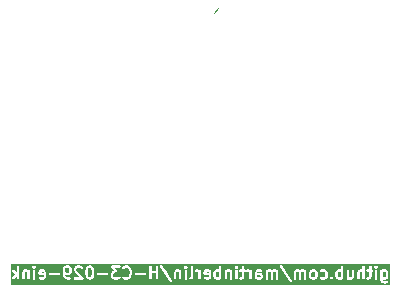
<source format=gbr>
%TF.GenerationSoftware,KiCad,Pcbnew,8.0.9-8.0.9-0~ubuntu22.04.1*%
%TF.CreationDate,2025-08-10T04:03:49+02:00*%
%TF.ProjectId,H-C3-ulp29,482d4333-2d75-46c7-9032-392e6b696361,rev?*%
%TF.SameCoordinates,Original*%
%TF.FileFunction,Legend,Bot*%
%TF.FilePolarity,Positive*%
%FSLAX46Y46*%
G04 Gerber Fmt 4.6, Leading zero omitted, Abs format (unit mm)*
G04 Created by KiCad (PCBNEW 8.0.9-8.0.9-0~ubuntu22.04.1) date 2025-08-10 04:03:49*
%MOMM*%
%LPD*%
G01*
G04 APERTURE LIST*
%ADD10C,0.100000*%
%ADD11C,0.200000*%
G04 APERTURE END LIST*
D10*
X147600000Y-54370000D02*
X147890000Y-53890000D01*
D11*
G36*
X162093471Y-76288357D02*
G01*
X162118140Y-76313025D01*
X162147945Y-76372635D01*
X162147945Y-76611135D01*
X162118140Y-76670743D01*
X162093471Y-76695413D01*
X162033862Y-76725219D01*
X161890600Y-76725219D01*
X161871755Y-76715796D01*
X161871755Y-76267974D01*
X161890600Y-76258552D01*
X162033862Y-76258552D01*
X162093471Y-76288357D01*
G37*
G36*
X133125790Y-76280707D02*
G01*
X133147945Y-76325016D01*
X133147945Y-76369904D01*
X132876459Y-76315607D01*
X132893910Y-76280706D01*
X132938219Y-76258552D01*
X133081481Y-76258552D01*
X133125790Y-76280707D01*
G37*
G36*
X135283947Y-75955024D02*
G01*
X135308616Y-75979692D01*
X135338421Y-76039302D01*
X135338421Y-76230183D01*
X135308616Y-76289792D01*
X135283947Y-76314460D01*
X135224338Y-76344266D01*
X135081076Y-76344266D01*
X135021466Y-76314461D01*
X134996798Y-76289792D01*
X134966993Y-76230182D01*
X134966993Y-76039302D01*
X134996798Y-75979692D01*
X135021466Y-75955023D01*
X135081076Y-75925219D01*
X135224338Y-75925219D01*
X135283947Y-75955024D01*
G37*
G36*
X137141090Y-75955024D02*
G01*
X137165759Y-75979692D01*
X137201212Y-76050599D01*
X137243183Y-76218480D01*
X137243183Y-76431956D01*
X137201212Y-76599837D01*
X137165759Y-76670743D01*
X137141090Y-76695413D01*
X137081481Y-76725219D01*
X137033457Y-76725219D01*
X136973847Y-76695414D01*
X136949180Y-76670746D01*
X136913725Y-76599837D01*
X136871755Y-76431956D01*
X136871755Y-76218481D01*
X136913725Y-76050599D01*
X136949179Y-75979692D01*
X136973847Y-75955023D01*
X137033457Y-75925219D01*
X137081481Y-75925219D01*
X137141090Y-75955024D01*
G37*
G36*
X147125790Y-76280707D02*
G01*
X147147945Y-76325016D01*
X147147945Y-76369904D01*
X146876459Y-76315607D01*
X146893910Y-76280706D01*
X146938219Y-76258552D01*
X147081481Y-76258552D01*
X147125790Y-76280707D01*
G37*
G36*
X148005088Y-76267974D02*
G01*
X148005088Y-76715796D01*
X147986243Y-76725219D01*
X147842981Y-76725219D01*
X147783371Y-76695414D01*
X147758704Y-76670746D01*
X147728898Y-76611134D01*
X147728898Y-76372635D01*
X147758703Y-76313025D01*
X147783371Y-76288356D01*
X147842981Y-76258552D01*
X147986243Y-76258552D01*
X148005088Y-76267974D01*
G37*
G36*
X151506743Y-76566421D02*
G01*
X151528898Y-76610730D01*
X151528898Y-76658754D01*
X151506743Y-76703063D01*
X151462434Y-76725219D01*
X151271553Y-76725219D01*
X151252708Y-76715796D01*
X151252708Y-76544266D01*
X151462434Y-76544266D01*
X151506743Y-76566421D01*
G37*
G36*
X156093471Y-76288357D02*
G01*
X156118140Y-76313025D01*
X156147945Y-76372635D01*
X156147945Y-76611135D01*
X156118140Y-76670743D01*
X156093471Y-76695413D01*
X156033862Y-76725219D01*
X155938219Y-76725219D01*
X155878609Y-76695414D01*
X155853942Y-76670746D01*
X155824136Y-76611134D01*
X155824136Y-76372635D01*
X155853941Y-76313025D01*
X155878609Y-76288356D01*
X155938219Y-76258552D01*
X156033862Y-76258552D01*
X156093471Y-76288357D01*
G37*
G36*
X158338421Y-76267974D02*
G01*
X158338421Y-76715796D01*
X158319576Y-76725219D01*
X158176314Y-76725219D01*
X158116704Y-76695414D01*
X158092037Y-76670746D01*
X158062231Y-76611134D01*
X158062231Y-76372635D01*
X158092036Y-76313025D01*
X158116704Y-76288356D01*
X158176314Y-76258552D01*
X158319576Y-76258552D01*
X158338421Y-76267974D01*
G37*
G36*
X162459056Y-77369663D02*
G01*
X130370316Y-77369663D01*
X130370316Y-76819777D01*
X130481427Y-76819777D01*
X130486945Y-76858403D01*
X130506824Y-76891977D01*
X130538039Y-76915388D01*
X130575837Y-76925071D01*
X130614463Y-76919553D01*
X130648037Y-76899674D01*
X130661279Y-76885219D01*
X130862231Y-76617282D01*
X130862231Y-76825219D01*
X130864152Y-76844728D01*
X130879084Y-76880776D01*
X130906674Y-76908366D01*
X130942722Y-76923298D01*
X130981740Y-76923298D01*
X131017788Y-76908366D01*
X131045378Y-76880776D01*
X131060310Y-76844728D01*
X131062231Y-76825219D01*
X131062231Y-76301409D01*
X131338422Y-76301409D01*
X131338422Y-76825219D01*
X131340343Y-76844728D01*
X131355275Y-76880776D01*
X131382865Y-76908366D01*
X131418913Y-76923298D01*
X131457931Y-76923298D01*
X131493979Y-76908366D01*
X131521569Y-76880776D01*
X131536501Y-76844728D01*
X131538422Y-76825219D01*
X131538422Y-76325016D01*
X131560577Y-76280706D01*
X131604886Y-76258552D01*
X131700529Y-76258552D01*
X131760138Y-76288357D01*
X131766993Y-76295211D01*
X131766993Y-76825219D01*
X131768914Y-76844728D01*
X131783846Y-76880776D01*
X131811436Y-76908366D01*
X131847484Y-76923298D01*
X131886502Y-76923298D01*
X131922550Y-76908366D01*
X131950140Y-76880776D01*
X131965072Y-76844728D01*
X131966993Y-76825219D01*
X131966993Y-76158552D01*
X132243183Y-76158552D01*
X132243183Y-76825219D01*
X132245104Y-76844728D01*
X132260036Y-76880776D01*
X132287626Y-76908366D01*
X132323674Y-76923298D01*
X132362692Y-76923298D01*
X132398740Y-76908366D01*
X132426330Y-76880776D01*
X132441262Y-76844728D01*
X132443183Y-76825219D01*
X132443183Y-76301409D01*
X132671755Y-76301409D01*
X132671755Y-76396647D01*
X132673676Y-76416156D01*
X132677425Y-76425208D01*
X132679327Y-76434819D01*
X132684819Y-76443057D01*
X132688608Y-76452204D01*
X132695534Y-76459130D01*
X132700970Y-76467284D01*
X132709198Y-76472794D01*
X132716198Y-76479794D01*
X132725249Y-76483543D01*
X132733390Y-76488995D01*
X132752143Y-76494705D01*
X132752244Y-76494725D01*
X132752246Y-76494726D01*
X132752248Y-76494726D01*
X133147945Y-76573865D01*
X133147945Y-76658754D01*
X133125790Y-76703063D01*
X133081481Y-76725219D01*
X132938219Y-76725219D01*
X132864095Y-76688157D01*
X132845787Y-76681151D01*
X132806867Y-76678385D01*
X132769851Y-76690724D01*
X132740374Y-76716288D01*
X132722925Y-76751187D01*
X132720159Y-76790107D01*
X132732498Y-76827123D01*
X132758062Y-76856600D01*
X132774653Y-76867043D01*
X132869890Y-76914662D01*
X132888199Y-76921668D01*
X132891782Y-76921922D01*
X132895103Y-76923298D01*
X132914612Y-76925219D01*
X133105088Y-76925219D01*
X133124597Y-76923298D01*
X133127917Y-76921922D01*
X133131501Y-76921668D01*
X133149809Y-76914662D01*
X133245047Y-76867043D01*
X133248309Y-76864989D01*
X133249849Y-76864476D01*
X133251765Y-76862813D01*
X133261637Y-76856600D01*
X133269852Y-76847126D01*
X133279326Y-76838911D01*
X133285539Y-76829039D01*
X133287202Y-76827123D01*
X133287714Y-76825584D01*
X133289769Y-76822321D01*
X133337388Y-76727082D01*
X133344394Y-76708774D01*
X133344648Y-76705190D01*
X133346024Y-76701870D01*
X133347945Y-76682361D01*
X133347945Y-76424757D01*
X133578438Y-76424757D01*
X133578438Y-76463775D01*
X133593370Y-76499823D01*
X133620960Y-76527413D01*
X133657008Y-76542345D01*
X133676517Y-76544266D01*
X134438421Y-76544266D01*
X134457930Y-76542345D01*
X134493978Y-76527413D01*
X134521568Y-76499823D01*
X134536500Y-76463775D01*
X134536500Y-76424757D01*
X134521568Y-76388709D01*
X134493978Y-76361119D01*
X134457930Y-76346187D01*
X134438421Y-76344266D01*
X133676517Y-76344266D01*
X133657008Y-76346187D01*
X133620960Y-76361119D01*
X133593370Y-76388709D01*
X133578438Y-76424757D01*
X133347945Y-76424757D01*
X133347945Y-76301409D01*
X133346024Y-76281900D01*
X133344648Y-76278579D01*
X133344394Y-76274996D01*
X133337388Y-76256687D01*
X133289769Y-76161450D01*
X133287714Y-76158186D01*
X133287202Y-76156648D01*
X133285540Y-76154732D01*
X133279326Y-76144859D01*
X133269850Y-76136641D01*
X133261637Y-76127171D01*
X133251765Y-76120957D01*
X133249849Y-76119295D01*
X133248310Y-76118781D01*
X133245047Y-76116728D01*
X133149809Y-76069109D01*
X133131501Y-76062103D01*
X133127917Y-76061848D01*
X133124597Y-76060473D01*
X133105088Y-76058552D01*
X132914612Y-76058552D01*
X132895103Y-76060473D01*
X132891782Y-76061848D01*
X132888199Y-76062103D01*
X132869890Y-76069109D01*
X132774653Y-76116728D01*
X132771389Y-76118782D01*
X132769851Y-76119295D01*
X132767935Y-76120956D01*
X132758062Y-76127171D01*
X132749844Y-76136646D01*
X132740374Y-76144860D01*
X132734160Y-76154731D01*
X132732498Y-76156648D01*
X132731984Y-76158186D01*
X132729931Y-76161450D01*
X132682312Y-76256688D01*
X132675306Y-76274996D01*
X132675051Y-76278579D01*
X132673676Y-76281900D01*
X132671755Y-76301409D01*
X132443183Y-76301409D01*
X132443183Y-76158552D01*
X132441262Y-76139043D01*
X132426330Y-76102995D01*
X132398740Y-76075405D01*
X132362692Y-76060473D01*
X132323674Y-76060473D01*
X132287626Y-76075405D01*
X132260036Y-76102995D01*
X132245104Y-76139043D01*
X132243183Y-76158552D01*
X131966993Y-76158552D01*
X131965072Y-76139043D01*
X131950140Y-76102995D01*
X131922550Y-76075405D01*
X131886502Y-76060473D01*
X131847484Y-76060473D01*
X131811436Y-76075405D01*
X131801440Y-76085400D01*
X131768857Y-76069109D01*
X131750549Y-76062103D01*
X131746965Y-76061848D01*
X131743645Y-76060473D01*
X131724136Y-76058552D01*
X131581279Y-76058552D01*
X131561770Y-76060473D01*
X131558449Y-76061848D01*
X131554866Y-76062103D01*
X131536557Y-76069109D01*
X131441320Y-76116728D01*
X131438056Y-76118782D01*
X131436518Y-76119295D01*
X131434602Y-76120956D01*
X131424729Y-76127171D01*
X131416511Y-76136646D01*
X131407041Y-76144860D01*
X131400827Y-76154731D01*
X131399165Y-76156648D01*
X131398651Y-76158186D01*
X131396598Y-76161450D01*
X131348979Y-76256688D01*
X131341973Y-76274996D01*
X131341718Y-76278579D01*
X131340343Y-76281900D01*
X131338422Y-76301409D01*
X131062231Y-76301409D01*
X131062231Y-75853329D01*
X132197485Y-75853329D01*
X132197485Y-75892347D01*
X132212417Y-75928395D01*
X132224853Y-75943549D01*
X132272472Y-75991167D01*
X132287625Y-76003604D01*
X132298183Y-76007977D01*
X132323674Y-76018536D01*
X132362692Y-76018536D01*
X132369551Y-76015695D01*
X134766993Y-76015695D01*
X134766993Y-76396647D01*
X134767328Y-76400049D01*
X134767111Y-76401508D01*
X134768190Y-76408805D01*
X134768914Y-76416156D01*
X134769478Y-76417519D01*
X134769979Y-76420901D01*
X134817598Y-76611376D01*
X134821704Y-76622871D01*
X134822184Y-76625295D01*
X134823355Y-76627491D01*
X134824193Y-76629837D01*
X134825664Y-76631823D01*
X134831407Y-76642593D01*
X134926645Y-76785450D01*
X134926687Y-76785501D01*
X134926702Y-76785537D01*
X134932925Y-76793119D01*
X134939065Y-76800617D01*
X134939096Y-76800637D01*
X134939139Y-76800690D01*
X134986757Y-76848310D01*
X134994425Y-76854603D01*
X134996157Y-76856600D01*
X134999165Y-76858493D01*
X135001911Y-76860747D01*
X135004351Y-76861757D01*
X135012748Y-76867043D01*
X135107985Y-76914662D01*
X135126294Y-76921668D01*
X135129877Y-76921922D01*
X135133198Y-76923298D01*
X135152707Y-76925219D01*
X135343183Y-76925219D01*
X135362692Y-76923298D01*
X135398740Y-76908366D01*
X135426330Y-76880776D01*
X135441262Y-76844728D01*
X135441262Y-76805710D01*
X135426330Y-76769662D01*
X135398740Y-76742072D01*
X135362692Y-76727140D01*
X135343183Y-76725219D01*
X135176314Y-76725219D01*
X135116704Y-76695414D01*
X135087563Y-76666272D01*
X135007425Y-76546065D01*
X135003134Y-76528902D01*
X135012747Y-76533709D01*
X135031056Y-76540715D01*
X135034639Y-76540969D01*
X135037960Y-76542345D01*
X135057469Y-76544266D01*
X135247945Y-76544266D01*
X135267454Y-76542345D01*
X135270774Y-76540969D01*
X135274358Y-76540715D01*
X135292666Y-76533709D01*
X135387904Y-76486090D01*
X135396300Y-76480804D01*
X135398740Y-76479794D01*
X135401486Y-76477540D01*
X135404494Y-76475647D01*
X135406223Y-76473652D01*
X135413894Y-76467358D01*
X135461512Y-76419739D01*
X135467804Y-76412072D01*
X135469802Y-76410340D01*
X135471695Y-76407331D01*
X135473949Y-76404586D01*
X135474959Y-76402145D01*
X135480245Y-76393749D01*
X135527864Y-76298512D01*
X135534870Y-76280203D01*
X135535124Y-76276619D01*
X135536500Y-76273299D01*
X135538421Y-76253790D01*
X135538421Y-76015695D01*
X135719374Y-76015695D01*
X135719374Y-76110933D01*
X135720346Y-76120806D01*
X135720159Y-76123440D01*
X135720946Y-76126903D01*
X135721295Y-76130442D01*
X135722306Y-76132884D01*
X135724506Y-76142556D01*
X135772125Y-76285412D01*
X135780116Y-76303313D01*
X135782471Y-76306028D01*
X135783846Y-76309347D01*
X135796282Y-76324501D01*
X136196999Y-76725219D01*
X135819374Y-76725219D01*
X135799865Y-76727140D01*
X135763817Y-76742072D01*
X135736227Y-76769662D01*
X135721295Y-76805710D01*
X135721295Y-76844728D01*
X135736227Y-76880776D01*
X135763817Y-76908366D01*
X135799865Y-76923298D01*
X135819374Y-76925219D01*
X136438421Y-76925219D01*
X136457930Y-76923298D01*
X136493978Y-76908366D01*
X136521568Y-76880776D01*
X136536500Y-76844728D01*
X136536500Y-76805710D01*
X136521568Y-76769662D01*
X136521567Y-76769661D01*
X136509132Y-76754508D01*
X135960796Y-76206171D01*
X136671755Y-76206171D01*
X136671755Y-76444266D01*
X136672090Y-76447668D01*
X136671873Y-76449127D01*
X136672952Y-76456424D01*
X136673676Y-76463775D01*
X136674240Y-76465138D01*
X136674741Y-76468520D01*
X136722360Y-76658995D01*
X136722873Y-76660432D01*
X136722925Y-76661155D01*
X136726033Y-76669279D01*
X136728955Y-76677456D01*
X136729385Y-76678036D01*
X136729931Y-76679463D01*
X136777550Y-76774701D01*
X136782833Y-76783093D01*
X136783845Y-76785537D01*
X136786101Y-76788286D01*
X136787993Y-76791291D01*
X136789987Y-76793020D01*
X136796282Y-76800690D01*
X136843900Y-76848310D01*
X136851568Y-76854603D01*
X136853300Y-76856600D01*
X136856308Y-76858493D01*
X136859054Y-76860747D01*
X136861494Y-76861757D01*
X136869891Y-76867043D01*
X136965128Y-76914662D01*
X136983437Y-76921668D01*
X136987020Y-76921922D01*
X136990341Y-76923298D01*
X137009850Y-76925219D01*
X137105088Y-76925219D01*
X137124597Y-76923298D01*
X137127917Y-76921922D01*
X137131501Y-76921668D01*
X137149809Y-76914662D01*
X137245047Y-76867043D01*
X137253442Y-76861758D01*
X137255884Y-76860747D01*
X137258631Y-76858491D01*
X137261637Y-76856600D01*
X137263367Y-76854605D01*
X137271037Y-76848310D01*
X137318656Y-76800690D01*
X137324948Y-76793023D01*
X137326945Y-76791292D01*
X137328838Y-76788284D01*
X137331093Y-76785537D01*
X137332104Y-76783095D01*
X137337388Y-76774701D01*
X137385007Y-76679464D01*
X137385553Y-76678035D01*
X137385983Y-76677456D01*
X137388904Y-76669279D01*
X137392013Y-76661155D01*
X137392064Y-76660434D01*
X137392578Y-76658996D01*
X137440197Y-76468520D01*
X137440697Y-76465138D01*
X137441262Y-76463775D01*
X137441985Y-76456424D01*
X137443065Y-76449127D01*
X137442847Y-76447668D01*
X137443183Y-76444266D01*
X137443183Y-76424757D01*
X137673676Y-76424757D01*
X137673676Y-76463775D01*
X137688608Y-76499823D01*
X137716198Y-76527413D01*
X137752246Y-76542345D01*
X137771755Y-76544266D01*
X138533659Y-76544266D01*
X138553168Y-76542345D01*
X138589216Y-76527413D01*
X138616806Y-76499823D01*
X138631738Y-76463775D01*
X138631738Y-76424757D01*
X138620094Y-76396647D01*
X138862231Y-76396647D01*
X138862231Y-76634742D01*
X138864152Y-76654251D01*
X138865527Y-76657571D01*
X138865782Y-76661155D01*
X138872788Y-76679463D01*
X138920407Y-76774701D01*
X138925690Y-76783093D01*
X138926702Y-76785537D01*
X138928958Y-76788286D01*
X138930850Y-76791291D01*
X138932844Y-76793020D01*
X138939139Y-76800690D01*
X138986757Y-76848310D01*
X138994425Y-76854603D01*
X138996157Y-76856600D01*
X138999165Y-76858493D01*
X139001911Y-76860747D01*
X139004351Y-76861757D01*
X139012748Y-76867043D01*
X139107985Y-76914662D01*
X139126294Y-76921668D01*
X139129877Y-76921922D01*
X139133198Y-76923298D01*
X139152707Y-76925219D01*
X139438421Y-76925219D01*
X139457930Y-76923298D01*
X139461250Y-76921922D01*
X139464834Y-76921668D01*
X139483142Y-76914662D01*
X139578380Y-76867043D01*
X139586775Y-76861758D01*
X139589217Y-76860747D01*
X139591964Y-76858491D01*
X139594970Y-76856600D01*
X139596700Y-76854605D01*
X139604370Y-76848310D01*
X139651989Y-76800690D01*
X139664426Y-76785537D01*
X139679357Y-76749488D01*
X139679356Y-76710470D01*
X139664425Y-76674422D01*
X139636834Y-76646832D01*
X139600786Y-76631901D01*
X139561768Y-76631902D01*
X139525720Y-76646833D01*
X139510566Y-76659270D01*
X139474423Y-76695413D01*
X139414814Y-76725219D01*
X139176314Y-76725219D01*
X139116704Y-76695414D01*
X139092037Y-76670746D01*
X139062231Y-76611134D01*
X139062231Y-76420254D01*
X139092036Y-76360644D01*
X139116704Y-76335975D01*
X139176314Y-76306171D01*
X139295564Y-76306171D01*
X139305881Y-76305155D01*
X139308506Y-76305330D01*
X139310313Y-76304718D01*
X139315073Y-76304250D01*
X139330076Y-76298035D01*
X139345468Y-76292830D01*
X139348007Y-76290607D01*
X139351121Y-76289318D01*
X139362598Y-76277840D01*
X139374832Y-76267136D01*
X139376327Y-76264111D01*
X139378711Y-76261728D01*
X139384925Y-76246726D01*
X139392128Y-76232161D01*
X139392352Y-76228795D01*
X139393643Y-76225680D01*
X139393643Y-76209431D01*
X139394723Y-76193229D01*
X139393643Y-76190035D01*
X139393643Y-76186662D01*
X139387427Y-76171656D01*
X139382223Y-76156268D01*
X139379441Y-76152377D01*
X139378711Y-76150614D01*
X139376851Y-76148754D01*
X139370822Y-76140321D01*
X139182608Y-75925219D01*
X139581278Y-75925219D01*
X139600787Y-75923298D01*
X139636835Y-75908366D01*
X139644253Y-75900948D01*
X139816533Y-75900948D01*
X139816533Y-75939966D01*
X139831465Y-75976014D01*
X139859055Y-76003604D01*
X139895103Y-76018536D01*
X139934121Y-76018536D01*
X139970169Y-76003604D01*
X139985323Y-75991168D01*
X140016249Y-75960240D01*
X140121314Y-75925219D01*
X140184099Y-75925219D01*
X140289163Y-75960240D01*
X140356236Y-76027313D01*
X140391688Y-76098218D01*
X140433659Y-76266099D01*
X140433659Y-76384337D01*
X140391688Y-76552218D01*
X140356235Y-76623124D01*
X140289164Y-76690197D01*
X140184099Y-76725219D01*
X140121314Y-76725219D01*
X140016249Y-76690197D01*
X139985323Y-76659270D01*
X139970170Y-76646833D01*
X139934122Y-76631902D01*
X139895104Y-76631901D01*
X139859055Y-76646832D01*
X139831465Y-76674422D01*
X139816534Y-76710470D01*
X139816533Y-76749488D01*
X139831464Y-76785537D01*
X139843901Y-76800690D01*
X139891519Y-76848310D01*
X139906673Y-76860747D01*
X139909992Y-76862122D01*
X139912708Y-76864477D01*
X139930608Y-76872468D01*
X140073465Y-76920087D01*
X140083137Y-76922286D01*
X140085579Y-76923298D01*
X140089116Y-76923646D01*
X140092580Y-76924434D01*
X140095214Y-76924246D01*
X140105088Y-76925219D01*
X140200326Y-76925219D01*
X140210199Y-76924246D01*
X140212833Y-76924434D01*
X140216296Y-76923646D01*
X140219835Y-76923298D01*
X140222277Y-76922286D01*
X140231949Y-76920087D01*
X140374805Y-76872468D01*
X140392706Y-76864477D01*
X140395421Y-76862122D01*
X140398741Y-76860747D01*
X140413894Y-76848310D01*
X140509132Y-76753071D01*
X140515424Y-76745404D01*
X140517421Y-76743673D01*
X140519314Y-76740665D01*
X140521569Y-76737918D01*
X140522580Y-76735476D01*
X140527864Y-76727082D01*
X140575483Y-76631845D01*
X140576029Y-76630416D01*
X140576459Y-76629837D01*
X140579380Y-76621660D01*
X140582489Y-76613536D01*
X140582540Y-76612815D01*
X140583054Y-76611377D01*
X140629709Y-76424757D01*
X140864152Y-76424757D01*
X140864152Y-76463775D01*
X140879084Y-76499823D01*
X140906674Y-76527413D01*
X140942722Y-76542345D01*
X140962231Y-76544266D01*
X141724135Y-76544266D01*
X141743644Y-76542345D01*
X141779692Y-76527413D01*
X141807282Y-76499823D01*
X141822214Y-76463775D01*
X141822214Y-76424757D01*
X141807282Y-76388709D01*
X141779692Y-76361119D01*
X141743644Y-76346187D01*
X141724135Y-76344266D01*
X140962231Y-76344266D01*
X140942722Y-76346187D01*
X140906674Y-76361119D01*
X140879084Y-76388709D01*
X140864152Y-76424757D01*
X140629709Y-76424757D01*
X140630673Y-76420901D01*
X140631173Y-76417519D01*
X140631738Y-76416156D01*
X140632461Y-76408805D01*
X140633541Y-76401508D01*
X140633323Y-76400049D01*
X140633659Y-76396647D01*
X140633659Y-76253790D01*
X140633323Y-76250387D01*
X140633541Y-76248929D01*
X140632461Y-76241631D01*
X140631738Y-76234281D01*
X140631173Y-76232917D01*
X140630673Y-76229536D01*
X140583054Y-76039060D01*
X140582540Y-76037621D01*
X140582489Y-76036901D01*
X140579380Y-76028776D01*
X140576459Y-76020600D01*
X140576029Y-76020020D01*
X140575483Y-76018592D01*
X140527864Y-75923355D01*
X140522577Y-75914956D01*
X140521568Y-75912519D01*
X140519316Y-75909775D01*
X140517421Y-75906764D01*
X140515423Y-75905031D01*
X140509132Y-75897365D01*
X140436986Y-75825219D01*
X142100326Y-75825219D01*
X142100326Y-76825219D01*
X142102247Y-76844728D01*
X142117179Y-76880776D01*
X142144769Y-76908366D01*
X142180817Y-76923298D01*
X142219835Y-76923298D01*
X142255883Y-76908366D01*
X142283473Y-76880776D01*
X142298405Y-76844728D01*
X142300326Y-76825219D01*
X142300326Y-76401409D01*
X142671754Y-76401409D01*
X142671754Y-76825219D01*
X142673675Y-76844728D01*
X142688607Y-76880776D01*
X142716197Y-76908366D01*
X142752245Y-76923298D01*
X142791263Y-76923298D01*
X142827311Y-76908366D01*
X142854901Y-76880776D01*
X142869833Y-76844728D01*
X142871754Y-76825219D01*
X142871754Y-75825219D01*
X142869833Y-75805710D01*
X142858146Y-75777495D01*
X143005088Y-75777495D01*
X143012660Y-75815772D01*
X143021883Y-75833070D01*
X143879025Y-77118784D01*
X143891445Y-77133951D01*
X143923865Y-77155662D01*
X143962126Y-77163314D01*
X144000402Y-77155743D01*
X144032867Y-77134099D01*
X144054578Y-77101679D01*
X144062230Y-77063419D01*
X144054659Y-77025142D01*
X144045435Y-77007844D01*
X143574479Y-76301409D01*
X144195564Y-76301409D01*
X144195564Y-76825219D01*
X144197485Y-76844728D01*
X144212417Y-76880776D01*
X144240007Y-76908366D01*
X144276055Y-76923298D01*
X144315073Y-76923298D01*
X144351121Y-76908366D01*
X144378711Y-76880776D01*
X144393643Y-76844728D01*
X144395564Y-76825219D01*
X144395564Y-76325016D01*
X144417719Y-76280706D01*
X144462028Y-76258552D01*
X144557671Y-76258552D01*
X144617280Y-76288357D01*
X144624135Y-76295211D01*
X144624135Y-76825219D01*
X144626056Y-76844728D01*
X144640988Y-76880776D01*
X144668578Y-76908366D01*
X144704626Y-76923298D01*
X144743644Y-76923298D01*
X144779692Y-76908366D01*
X144807282Y-76880776D01*
X144822214Y-76844728D01*
X144824135Y-76825219D01*
X144824135Y-76158552D01*
X145100325Y-76158552D01*
X145100325Y-76825219D01*
X145102246Y-76844728D01*
X145117178Y-76880776D01*
X145144768Y-76908366D01*
X145180816Y-76923298D01*
X145219834Y-76923298D01*
X145255882Y-76908366D01*
X145283472Y-76880776D01*
X145298404Y-76844728D01*
X145300325Y-76825219D01*
X145300325Y-76812712D01*
X145482063Y-76812712D01*
X145484829Y-76851632D01*
X145502278Y-76886531D01*
X145531755Y-76912095D01*
X145568771Y-76924434D01*
X145607691Y-76921668D01*
X145625999Y-76914662D01*
X145721237Y-76867043D01*
X145724499Y-76864989D01*
X145726039Y-76864476D01*
X145727955Y-76862813D01*
X145737827Y-76856600D01*
X145746042Y-76847126D01*
X145755516Y-76838911D01*
X145761729Y-76829039D01*
X145763392Y-76827123D01*
X145763904Y-76825584D01*
X145765959Y-76822321D01*
X145813578Y-76727082D01*
X145820584Y-76708774D01*
X145820838Y-76705190D01*
X145822214Y-76701870D01*
X145824135Y-76682361D01*
X145824135Y-76139043D01*
X145959390Y-76139043D01*
X145959390Y-76178061D01*
X145974322Y-76214109D01*
X146001912Y-76241699D01*
X146037960Y-76256631D01*
X146057469Y-76258552D01*
X146129100Y-76258552D01*
X146188709Y-76288357D01*
X146213378Y-76313025D01*
X146243183Y-76372635D01*
X146243183Y-76825219D01*
X146245104Y-76844728D01*
X146260036Y-76880776D01*
X146287626Y-76908366D01*
X146323674Y-76923298D01*
X146362692Y-76923298D01*
X146398740Y-76908366D01*
X146426330Y-76880776D01*
X146441262Y-76844728D01*
X146443183Y-76825219D01*
X146443183Y-76301409D01*
X146671755Y-76301409D01*
X146671755Y-76396647D01*
X146673676Y-76416156D01*
X146677425Y-76425208D01*
X146679327Y-76434819D01*
X146684819Y-76443057D01*
X146688608Y-76452204D01*
X146695534Y-76459130D01*
X146700970Y-76467284D01*
X146709198Y-76472794D01*
X146716198Y-76479794D01*
X146725249Y-76483543D01*
X146733390Y-76488995D01*
X146752143Y-76494705D01*
X146752244Y-76494725D01*
X146752246Y-76494726D01*
X146752248Y-76494726D01*
X147147945Y-76573865D01*
X147147945Y-76658754D01*
X147125790Y-76703063D01*
X147081481Y-76725219D01*
X146938219Y-76725219D01*
X146864095Y-76688157D01*
X146845787Y-76681151D01*
X146806867Y-76678385D01*
X146769851Y-76690724D01*
X146740374Y-76716288D01*
X146722925Y-76751187D01*
X146720159Y-76790107D01*
X146732498Y-76827123D01*
X146758062Y-76856600D01*
X146774653Y-76867043D01*
X146869890Y-76914662D01*
X146888199Y-76921668D01*
X146891782Y-76921922D01*
X146895103Y-76923298D01*
X146914612Y-76925219D01*
X147105088Y-76925219D01*
X147124597Y-76923298D01*
X147127917Y-76921922D01*
X147131501Y-76921668D01*
X147149809Y-76914662D01*
X147245047Y-76867043D01*
X147248309Y-76864989D01*
X147249849Y-76864476D01*
X147251765Y-76862813D01*
X147261637Y-76856600D01*
X147269852Y-76847126D01*
X147279326Y-76838911D01*
X147285539Y-76829039D01*
X147287202Y-76827123D01*
X147287714Y-76825584D01*
X147289769Y-76822321D01*
X147337388Y-76727082D01*
X147344394Y-76708774D01*
X147344648Y-76705190D01*
X147346024Y-76701870D01*
X147347945Y-76682361D01*
X147347945Y-76349028D01*
X147528898Y-76349028D01*
X147528898Y-76634742D01*
X147530819Y-76654251D01*
X147532194Y-76657571D01*
X147532449Y-76661155D01*
X147539455Y-76679463D01*
X147587074Y-76774701D01*
X147592357Y-76783093D01*
X147593369Y-76785537D01*
X147595625Y-76788286D01*
X147597517Y-76791291D01*
X147599511Y-76793020D01*
X147605806Y-76800690D01*
X147653424Y-76848310D01*
X147661092Y-76854603D01*
X147662824Y-76856600D01*
X147665832Y-76858493D01*
X147668578Y-76860747D01*
X147671018Y-76861757D01*
X147679415Y-76867043D01*
X147774652Y-76914662D01*
X147792961Y-76921668D01*
X147796544Y-76921922D01*
X147799865Y-76923298D01*
X147819374Y-76925219D01*
X148009850Y-76925219D01*
X148029359Y-76923298D01*
X148032679Y-76921922D01*
X148036263Y-76921668D01*
X148054571Y-76914662D01*
X148059174Y-76912360D01*
X148085579Y-76923298D01*
X148124597Y-76923298D01*
X148160645Y-76908366D01*
X148188235Y-76880776D01*
X148203167Y-76844728D01*
X148205088Y-76825219D01*
X148205088Y-76301409D01*
X148481279Y-76301409D01*
X148481279Y-76825219D01*
X148483200Y-76844728D01*
X148498132Y-76880776D01*
X148525722Y-76908366D01*
X148561770Y-76923298D01*
X148600788Y-76923298D01*
X148636836Y-76908366D01*
X148664426Y-76880776D01*
X148679358Y-76844728D01*
X148681279Y-76825219D01*
X148681279Y-76325016D01*
X148703434Y-76280706D01*
X148747743Y-76258552D01*
X148843386Y-76258552D01*
X148902995Y-76288357D01*
X148909850Y-76295211D01*
X148909850Y-76825219D01*
X148911771Y-76844728D01*
X148926703Y-76880776D01*
X148954293Y-76908366D01*
X148990341Y-76923298D01*
X149029359Y-76923298D01*
X149065407Y-76908366D01*
X149092997Y-76880776D01*
X149107929Y-76844728D01*
X149109850Y-76825219D01*
X149109850Y-76158552D01*
X149386040Y-76158552D01*
X149386040Y-76825219D01*
X149387961Y-76844728D01*
X149402893Y-76880776D01*
X149430483Y-76908366D01*
X149466531Y-76923298D01*
X149505549Y-76923298D01*
X149541597Y-76908366D01*
X149569187Y-76880776D01*
X149584119Y-76844728D01*
X149586040Y-76825219D01*
X149586040Y-76158552D01*
X149584119Y-76139043D01*
X149721295Y-76139043D01*
X149721295Y-76178061D01*
X149736227Y-76214109D01*
X149763817Y-76241699D01*
X149799865Y-76256631D01*
X149819374Y-76258552D01*
X149957469Y-76258552D01*
X149957469Y-76658754D01*
X149935314Y-76703063D01*
X149891005Y-76725219D01*
X149819374Y-76725219D01*
X149799865Y-76727140D01*
X149763817Y-76742072D01*
X149736227Y-76769662D01*
X149721295Y-76805710D01*
X149721295Y-76844728D01*
X149736227Y-76880776D01*
X149763817Y-76908366D01*
X149799865Y-76923298D01*
X149819374Y-76925219D01*
X149914612Y-76925219D01*
X149934121Y-76923298D01*
X149937441Y-76921922D01*
X149941025Y-76921668D01*
X149959333Y-76914662D01*
X150054571Y-76867043D01*
X150057833Y-76864989D01*
X150059373Y-76864476D01*
X150061289Y-76862813D01*
X150071161Y-76856600D01*
X150079376Y-76847126D01*
X150088850Y-76838911D01*
X150095063Y-76829039D01*
X150096726Y-76827123D01*
X150097238Y-76825584D01*
X150099293Y-76822321D01*
X150146912Y-76727082D01*
X150153918Y-76708774D01*
X150154172Y-76705190D01*
X150155548Y-76701870D01*
X150157469Y-76682361D01*
X150157469Y-76258552D01*
X150200326Y-76258552D01*
X150219835Y-76256631D01*
X150255883Y-76241699D01*
X150283473Y-76214109D01*
X150295564Y-76184918D01*
X150307656Y-76214109D01*
X150335246Y-76241699D01*
X150371294Y-76256631D01*
X150390803Y-76258552D01*
X150462434Y-76258552D01*
X150522043Y-76288357D01*
X150546712Y-76313025D01*
X150576517Y-76372635D01*
X150576517Y-76825219D01*
X150578438Y-76844728D01*
X150593370Y-76880776D01*
X150620960Y-76908366D01*
X150657008Y-76923298D01*
X150696026Y-76923298D01*
X150732074Y-76908366D01*
X150759664Y-76880776D01*
X150774596Y-76844728D01*
X150776517Y-76825219D01*
X150776517Y-76301409D01*
X151052708Y-76301409D01*
X151052708Y-76825219D01*
X151054629Y-76844728D01*
X151069561Y-76880776D01*
X151097151Y-76908366D01*
X151133199Y-76923298D01*
X151172217Y-76923298D01*
X151198621Y-76912360D01*
X151203224Y-76914662D01*
X151221533Y-76921668D01*
X151225116Y-76921922D01*
X151228437Y-76923298D01*
X151247946Y-76925219D01*
X151486041Y-76925219D01*
X151505550Y-76923298D01*
X151508870Y-76921922D01*
X151512454Y-76921668D01*
X151530762Y-76914662D01*
X151626000Y-76867043D01*
X151629262Y-76864989D01*
X151630802Y-76864476D01*
X151632718Y-76862813D01*
X151642590Y-76856600D01*
X151650805Y-76847126D01*
X151660279Y-76838911D01*
X151666492Y-76829039D01*
X151668155Y-76827123D01*
X151668667Y-76825584D01*
X151670722Y-76822321D01*
X151718341Y-76727082D01*
X151725347Y-76708774D01*
X151725601Y-76705190D01*
X151726977Y-76701870D01*
X151728898Y-76682361D01*
X151728898Y-76587123D01*
X151726977Y-76567614D01*
X151725601Y-76564293D01*
X151725347Y-76560710D01*
X151718341Y-76542401D01*
X151670722Y-76447164D01*
X151668667Y-76443900D01*
X151668155Y-76442362D01*
X151666493Y-76440446D01*
X151660279Y-76430573D01*
X151650803Y-76422355D01*
X151642590Y-76412885D01*
X151632718Y-76406671D01*
X151630802Y-76405009D01*
X151629263Y-76404495D01*
X151626000Y-76402442D01*
X151530762Y-76354823D01*
X151512454Y-76347817D01*
X151508870Y-76347562D01*
X151505550Y-76346187D01*
X151486041Y-76344266D01*
X151271553Y-76344266D01*
X151252708Y-76334843D01*
X151252708Y-76325016D01*
X151274863Y-76280706D01*
X151319172Y-76258552D01*
X151462434Y-76258552D01*
X151536557Y-76295614D01*
X151554866Y-76302620D01*
X151593786Y-76305386D01*
X151605717Y-76301409D01*
X151957469Y-76301409D01*
X151957469Y-76825219D01*
X151959390Y-76844728D01*
X151974322Y-76880776D01*
X152001912Y-76908366D01*
X152037960Y-76923298D01*
X152076978Y-76923298D01*
X152113026Y-76908366D01*
X152140616Y-76880776D01*
X152155548Y-76844728D01*
X152157469Y-76825219D01*
X152157469Y-76325016D01*
X152179624Y-76280706D01*
X152223934Y-76258552D01*
X152319577Y-76258552D01*
X152363886Y-76280707D01*
X152386041Y-76325016D01*
X152386041Y-76825219D01*
X152387962Y-76844728D01*
X152402894Y-76880776D01*
X152430484Y-76908366D01*
X152466532Y-76923298D01*
X152505550Y-76923298D01*
X152541598Y-76908366D01*
X152569188Y-76880776D01*
X152584120Y-76844728D01*
X152586041Y-76825219D01*
X152586041Y-76325016D01*
X152608196Y-76280706D01*
X152652505Y-76258552D01*
X152748148Y-76258552D01*
X152807757Y-76288357D01*
X152814612Y-76295211D01*
X152814612Y-76825219D01*
X152816533Y-76844728D01*
X152831465Y-76880776D01*
X152859055Y-76908366D01*
X152895103Y-76923298D01*
X152934121Y-76923298D01*
X152970169Y-76908366D01*
X152997759Y-76880776D01*
X153012691Y-76844728D01*
X153014612Y-76825219D01*
X153014612Y-76158552D01*
X153012691Y-76139043D01*
X152997759Y-76102995D01*
X152970169Y-76075405D01*
X152934121Y-76060473D01*
X152895103Y-76060473D01*
X152859055Y-76075405D01*
X152849059Y-76085400D01*
X152816476Y-76069109D01*
X152798168Y-76062103D01*
X152794584Y-76061848D01*
X152791264Y-76060473D01*
X152771755Y-76058552D01*
X152628898Y-76058552D01*
X152609389Y-76060473D01*
X152606068Y-76061848D01*
X152602485Y-76062103D01*
X152584176Y-76069109D01*
X152488939Y-76116728D01*
X152486040Y-76118552D01*
X152483143Y-76116728D01*
X152387905Y-76069109D01*
X152369597Y-76062103D01*
X152366013Y-76061848D01*
X152362693Y-76060473D01*
X152343184Y-76058552D01*
X152200327Y-76058552D01*
X152180818Y-76060473D01*
X152177497Y-76061848D01*
X152173914Y-76062103D01*
X152155606Y-76069109D01*
X152060367Y-76116728D01*
X152057103Y-76118782D01*
X152055565Y-76119295D01*
X152053648Y-76120957D01*
X152043777Y-76127171D01*
X152035561Y-76136644D01*
X152026088Y-76144860D01*
X152019874Y-76154731D01*
X152018212Y-76156648D01*
X152017698Y-76158187D01*
X152015645Y-76161450D01*
X151968026Y-76256688D01*
X151961020Y-76274996D01*
X151960765Y-76278579D01*
X151959390Y-76281900D01*
X151957469Y-76301409D01*
X151605717Y-76301409D01*
X151630802Y-76293047D01*
X151660279Y-76267482D01*
X151677728Y-76232584D01*
X151680493Y-76193664D01*
X151668155Y-76156648D01*
X151642590Y-76127171D01*
X151626000Y-76116728D01*
X151530762Y-76069109D01*
X151512454Y-76062103D01*
X151508870Y-76061848D01*
X151505550Y-76060473D01*
X151486041Y-76058552D01*
X151295565Y-76058552D01*
X151276056Y-76060473D01*
X151272735Y-76061848D01*
X151269152Y-76062103D01*
X151250843Y-76069109D01*
X151155606Y-76116728D01*
X151152342Y-76118782D01*
X151150804Y-76119295D01*
X151148888Y-76120956D01*
X151139015Y-76127171D01*
X151130797Y-76136646D01*
X151121327Y-76144860D01*
X151115113Y-76154731D01*
X151113451Y-76156648D01*
X151112937Y-76158186D01*
X151110884Y-76161450D01*
X151063265Y-76256688D01*
X151056259Y-76274996D01*
X151056004Y-76278579D01*
X151054629Y-76281900D01*
X151052708Y-76301409D01*
X150776517Y-76301409D01*
X150776517Y-76158552D01*
X150774596Y-76139043D01*
X150759664Y-76102995D01*
X150732074Y-76075405D01*
X150696026Y-76060473D01*
X150657008Y-76060473D01*
X150620960Y-76075405D01*
X150595091Y-76101273D01*
X150530762Y-76069109D01*
X150512454Y-76062103D01*
X150508870Y-76061848D01*
X150505550Y-76060473D01*
X150486041Y-76058552D01*
X150390803Y-76058552D01*
X150371294Y-76060473D01*
X150335246Y-76075405D01*
X150307656Y-76102995D01*
X150295564Y-76132185D01*
X150283473Y-76102995D01*
X150255883Y-76075405D01*
X150219835Y-76060473D01*
X150200326Y-76058552D01*
X150157469Y-76058552D01*
X150157469Y-75825219D01*
X150155548Y-75805710D01*
X150143861Y-75777495D01*
X153147946Y-75777495D01*
X153155518Y-75815772D01*
X153164741Y-75833070D01*
X154021883Y-77118784D01*
X154034303Y-77133951D01*
X154066723Y-77155662D01*
X154104984Y-77163314D01*
X154143260Y-77155743D01*
X154175725Y-77134099D01*
X154197436Y-77101679D01*
X154205088Y-77063419D01*
X154197517Y-77025142D01*
X154188293Y-77007844D01*
X153717337Y-76301409D01*
X154338421Y-76301409D01*
X154338421Y-76825219D01*
X154340342Y-76844728D01*
X154355274Y-76880776D01*
X154382864Y-76908366D01*
X154418912Y-76923298D01*
X154457930Y-76923298D01*
X154493978Y-76908366D01*
X154521568Y-76880776D01*
X154536500Y-76844728D01*
X154538421Y-76825219D01*
X154538421Y-76325016D01*
X154560576Y-76280706D01*
X154604886Y-76258552D01*
X154700529Y-76258552D01*
X154744838Y-76280707D01*
X154766993Y-76325016D01*
X154766993Y-76825219D01*
X154768914Y-76844728D01*
X154783846Y-76880776D01*
X154811436Y-76908366D01*
X154847484Y-76923298D01*
X154886502Y-76923298D01*
X154922550Y-76908366D01*
X154950140Y-76880776D01*
X154965072Y-76844728D01*
X154966993Y-76825219D01*
X154966993Y-76325016D01*
X154989148Y-76280706D01*
X155033457Y-76258552D01*
X155129100Y-76258552D01*
X155188709Y-76288357D01*
X155195564Y-76295211D01*
X155195564Y-76825219D01*
X155197485Y-76844728D01*
X155212417Y-76880776D01*
X155240007Y-76908366D01*
X155276055Y-76923298D01*
X155315073Y-76923298D01*
X155351121Y-76908366D01*
X155378711Y-76880776D01*
X155393643Y-76844728D01*
X155395564Y-76825219D01*
X155395564Y-76349028D01*
X155624136Y-76349028D01*
X155624136Y-76634742D01*
X155626057Y-76654251D01*
X155627432Y-76657571D01*
X155627687Y-76661155D01*
X155634693Y-76679463D01*
X155682312Y-76774701D01*
X155687595Y-76783093D01*
X155688607Y-76785537D01*
X155690863Y-76788286D01*
X155692755Y-76791291D01*
X155694749Y-76793020D01*
X155701044Y-76800690D01*
X155748662Y-76848310D01*
X155756330Y-76854603D01*
X155758062Y-76856600D01*
X155761070Y-76858493D01*
X155763816Y-76860747D01*
X155766256Y-76861757D01*
X155774653Y-76867043D01*
X155869890Y-76914662D01*
X155888199Y-76921668D01*
X155891782Y-76921922D01*
X155895103Y-76923298D01*
X155914612Y-76925219D01*
X156057469Y-76925219D01*
X156076978Y-76923298D01*
X156080298Y-76921922D01*
X156083882Y-76921668D01*
X156102190Y-76914662D01*
X156197428Y-76867043D01*
X156205823Y-76861758D01*
X156208265Y-76860747D01*
X156211012Y-76858491D01*
X156214018Y-76856600D01*
X156215748Y-76854605D01*
X156223418Y-76848310D01*
X156271037Y-76800690D01*
X156277329Y-76793023D01*
X156279326Y-76791292D01*
X156281219Y-76788284D01*
X156283474Y-76785537D01*
X156284485Y-76783095D01*
X156289769Y-76774701D01*
X156337388Y-76679464D01*
X156344394Y-76661155D01*
X156344648Y-76657571D01*
X156346024Y-76654251D01*
X156347945Y-76634742D01*
X156347945Y-76349028D01*
X156346024Y-76329519D01*
X156344648Y-76326198D01*
X156344394Y-76322615D01*
X156337388Y-76304306D01*
X156289769Y-76209069D01*
X156284483Y-76200672D01*
X156283473Y-76198232D01*
X156281219Y-76195486D01*
X156280072Y-76193664D01*
X156529683Y-76193664D01*
X156532449Y-76232584D01*
X156549898Y-76267483D01*
X156579375Y-76293047D01*
X156616391Y-76305386D01*
X156655311Y-76302620D01*
X156673619Y-76295614D01*
X156747743Y-76258552D01*
X156891005Y-76258552D01*
X156950614Y-76288357D01*
X156975283Y-76313025D01*
X157005088Y-76372635D01*
X157005088Y-76611135D01*
X156975283Y-76670743D01*
X156950614Y-76695413D01*
X156891005Y-76725219D01*
X156747743Y-76725219D01*
X156673619Y-76688157D01*
X156655311Y-76681151D01*
X156616391Y-76678385D01*
X156579375Y-76690724D01*
X156549898Y-76716288D01*
X156532449Y-76751187D01*
X156529683Y-76790107D01*
X156542022Y-76827123D01*
X156567586Y-76856600D01*
X156584177Y-76867043D01*
X156679414Y-76914662D01*
X156697723Y-76921668D01*
X156701306Y-76921922D01*
X156704627Y-76923298D01*
X156724136Y-76925219D01*
X156914612Y-76925219D01*
X156934121Y-76923298D01*
X156937441Y-76921922D01*
X156941025Y-76921668D01*
X156959333Y-76914662D01*
X157054571Y-76867043D01*
X157062966Y-76861758D01*
X157065408Y-76860747D01*
X157068155Y-76858491D01*
X157071161Y-76856600D01*
X157072891Y-76854605D01*
X157080561Y-76848310D01*
X157128180Y-76800690D01*
X157134472Y-76793023D01*
X157136469Y-76791292D01*
X157138362Y-76788284D01*
X157140617Y-76785537D01*
X157141628Y-76783095D01*
X157146912Y-76774701D01*
X157155217Y-76758091D01*
X157387961Y-76758091D01*
X157387961Y-76797109D01*
X157394424Y-76812712D01*
X157402893Y-76833158D01*
X157402897Y-76833162D01*
X157415329Y-76848311D01*
X157462948Y-76895929D01*
X157478101Y-76908366D01*
X157487104Y-76912095D01*
X157514150Y-76923298D01*
X157553168Y-76923298D01*
X157589216Y-76908366D01*
X157604370Y-76895930D01*
X157651988Y-76848311D01*
X157664425Y-76833158D01*
X157671177Y-76816856D01*
X157679356Y-76797110D01*
X157679357Y-76758092D01*
X157664426Y-76722043D01*
X157651989Y-76706890D01*
X157604370Y-76659270D01*
X157589217Y-76646833D01*
X157578981Y-76642593D01*
X157564623Y-76636646D01*
X157553168Y-76631901D01*
X157514150Y-76631901D01*
X157503592Y-76636274D01*
X157478102Y-76646832D01*
X157478101Y-76646833D01*
X157462947Y-76659270D01*
X157415329Y-76706890D01*
X157402892Y-76722043D01*
X157393933Y-76743673D01*
X157387961Y-76758091D01*
X157155217Y-76758091D01*
X157194531Y-76679464D01*
X157201537Y-76661155D01*
X157201791Y-76657571D01*
X157203167Y-76654251D01*
X157205088Y-76634742D01*
X157205088Y-76349028D01*
X157862231Y-76349028D01*
X157862231Y-76634742D01*
X157864152Y-76654251D01*
X157865527Y-76657571D01*
X157865782Y-76661155D01*
X157872788Y-76679463D01*
X157920407Y-76774701D01*
X157925690Y-76783093D01*
X157926702Y-76785537D01*
X157928958Y-76788286D01*
X157930850Y-76791291D01*
X157932844Y-76793020D01*
X157939139Y-76800690D01*
X157986757Y-76848310D01*
X157994425Y-76854603D01*
X157996157Y-76856600D01*
X157999165Y-76858493D01*
X158001911Y-76860747D01*
X158004351Y-76861757D01*
X158012748Y-76867043D01*
X158107985Y-76914662D01*
X158126294Y-76921668D01*
X158129877Y-76921922D01*
X158133198Y-76923298D01*
X158152707Y-76925219D01*
X158343183Y-76925219D01*
X158362692Y-76923298D01*
X158366012Y-76921922D01*
X158369596Y-76921668D01*
X158387904Y-76914662D01*
X158392507Y-76912360D01*
X158418912Y-76923298D01*
X158457930Y-76923298D01*
X158493978Y-76908366D01*
X158521568Y-76880776D01*
X158536500Y-76844728D01*
X158538421Y-76825219D01*
X158538421Y-76158552D01*
X158814612Y-76158552D01*
X158814612Y-76825219D01*
X158816533Y-76844728D01*
X158831465Y-76880776D01*
X158859055Y-76908366D01*
X158895103Y-76923298D01*
X158934121Y-76923298D01*
X158970169Y-76908366D01*
X158980164Y-76898370D01*
X159012747Y-76914662D01*
X159031056Y-76921668D01*
X159034639Y-76921922D01*
X159037960Y-76923298D01*
X159057469Y-76925219D01*
X159200326Y-76925219D01*
X159219835Y-76923298D01*
X159223155Y-76921922D01*
X159226739Y-76921668D01*
X159245047Y-76914662D01*
X159340285Y-76867043D01*
X159343547Y-76864989D01*
X159345087Y-76864476D01*
X159347003Y-76862813D01*
X159356875Y-76856600D01*
X159365090Y-76847126D01*
X159374564Y-76838911D01*
X159380777Y-76829039D01*
X159382440Y-76827123D01*
X159382952Y-76825584D01*
X159385007Y-76822321D01*
X159432626Y-76727082D01*
X159439632Y-76708774D01*
X159439886Y-76705190D01*
X159441262Y-76701870D01*
X159443183Y-76682361D01*
X159443183Y-76301409D01*
X159719374Y-76301409D01*
X159719374Y-76825219D01*
X159721295Y-76844728D01*
X159736227Y-76880776D01*
X159763817Y-76908366D01*
X159799865Y-76923298D01*
X159838883Y-76923298D01*
X159874931Y-76908366D01*
X159902521Y-76880776D01*
X159917453Y-76844728D01*
X159919374Y-76825219D01*
X159919374Y-76325016D01*
X159941529Y-76280706D01*
X159985838Y-76258552D01*
X160081481Y-76258552D01*
X160141090Y-76288357D01*
X160147945Y-76295211D01*
X160147945Y-76825219D01*
X160149866Y-76844728D01*
X160164798Y-76880776D01*
X160192388Y-76908366D01*
X160228436Y-76923298D01*
X160267454Y-76923298D01*
X160303502Y-76908366D01*
X160331092Y-76880776D01*
X160346024Y-76844728D01*
X160347945Y-76825219D01*
X160347945Y-76139043D01*
X160483200Y-76139043D01*
X160483200Y-76178061D01*
X160498132Y-76214109D01*
X160525722Y-76241699D01*
X160561770Y-76256631D01*
X160581279Y-76258552D01*
X160719374Y-76258552D01*
X160719374Y-76658754D01*
X160697219Y-76703063D01*
X160652910Y-76725219D01*
X160581279Y-76725219D01*
X160561770Y-76727140D01*
X160525722Y-76742072D01*
X160498132Y-76769662D01*
X160483200Y-76805710D01*
X160483200Y-76844728D01*
X160498132Y-76880776D01*
X160525722Y-76908366D01*
X160561770Y-76923298D01*
X160581279Y-76925219D01*
X160676517Y-76925219D01*
X160696026Y-76923298D01*
X160699346Y-76921922D01*
X160702930Y-76921668D01*
X160721238Y-76914662D01*
X160816476Y-76867043D01*
X160819738Y-76864989D01*
X160821278Y-76864476D01*
X160823194Y-76862813D01*
X160833066Y-76856600D01*
X160841281Y-76847126D01*
X160850755Y-76838911D01*
X160856968Y-76829039D01*
X160858631Y-76827123D01*
X160859143Y-76825584D01*
X160861198Y-76822321D01*
X160908817Y-76727082D01*
X160915823Y-76708774D01*
X160916077Y-76705190D01*
X160917453Y-76701870D01*
X160919374Y-76682361D01*
X160919374Y-76258552D01*
X160962231Y-76258552D01*
X160981740Y-76256631D01*
X161017788Y-76241699D01*
X161045378Y-76214109D01*
X161060310Y-76178061D01*
X161060310Y-76158552D01*
X161195564Y-76158552D01*
X161195564Y-76825219D01*
X161197485Y-76844728D01*
X161212417Y-76880776D01*
X161240007Y-76908366D01*
X161276055Y-76923298D01*
X161315073Y-76923298D01*
X161351121Y-76908366D01*
X161378711Y-76880776D01*
X161393643Y-76844728D01*
X161395564Y-76825219D01*
X161395564Y-76158552D01*
X161671755Y-76158552D01*
X161671755Y-76968076D01*
X161673676Y-76987585D01*
X161675051Y-76990905D01*
X161675306Y-76994489D01*
X161682312Y-77012797D01*
X161729931Y-77108035D01*
X161735216Y-77116431D01*
X161736227Y-77118871D01*
X161738480Y-77121617D01*
X161740374Y-77124625D01*
X161742368Y-77126354D01*
X161748663Y-77134025D01*
X161796282Y-77181643D01*
X161803948Y-77187935D01*
X161805681Y-77189933D01*
X161808689Y-77191826D01*
X161811435Y-77194080D01*
X161813875Y-77195090D01*
X161822272Y-77200376D01*
X161917509Y-77247995D01*
X161935818Y-77255001D01*
X161939401Y-77255255D01*
X161942722Y-77256631D01*
X161962231Y-77258552D01*
X162105088Y-77258552D01*
X162124597Y-77256631D01*
X162127917Y-77255255D01*
X162131501Y-77255001D01*
X162149809Y-77247995D01*
X162245047Y-77200376D01*
X162261637Y-77189933D01*
X162287202Y-77160456D01*
X162299540Y-77123440D01*
X162296775Y-77084520D01*
X162279326Y-77049622D01*
X162249849Y-77024057D01*
X162212833Y-77011718D01*
X162173913Y-77014484D01*
X162155604Y-77021490D01*
X162081481Y-77058552D01*
X161985838Y-77058552D01*
X161926228Y-77028747D01*
X161901560Y-77004078D01*
X161871755Y-76944468D01*
X161871755Y-76925219D01*
X162057469Y-76925219D01*
X162076978Y-76923298D01*
X162080298Y-76921922D01*
X162083882Y-76921668D01*
X162102190Y-76914662D01*
X162197428Y-76867043D01*
X162205823Y-76861758D01*
X162208265Y-76860747D01*
X162211012Y-76858491D01*
X162214018Y-76856600D01*
X162215748Y-76854605D01*
X162223418Y-76848310D01*
X162271037Y-76800690D01*
X162277329Y-76793023D01*
X162279326Y-76791292D01*
X162281219Y-76788284D01*
X162283474Y-76785537D01*
X162284485Y-76783095D01*
X162289769Y-76774701D01*
X162337388Y-76679464D01*
X162344394Y-76661155D01*
X162344648Y-76657571D01*
X162346024Y-76654251D01*
X162347945Y-76634742D01*
X162347945Y-76349028D01*
X162346024Y-76329519D01*
X162344648Y-76326198D01*
X162344394Y-76322615D01*
X162337388Y-76304306D01*
X162289769Y-76209069D01*
X162284483Y-76200672D01*
X162283473Y-76198232D01*
X162281219Y-76195486D01*
X162279326Y-76192478D01*
X162277328Y-76190745D01*
X162271036Y-76183079D01*
X162223418Y-76135460D01*
X162215747Y-76129165D01*
X162214018Y-76127171D01*
X162211010Y-76125277D01*
X162208264Y-76123024D01*
X162205824Y-76122013D01*
X162197428Y-76116728D01*
X162102190Y-76069109D01*
X162083882Y-76062103D01*
X162080298Y-76061848D01*
X162076978Y-76060473D01*
X162057469Y-76058552D01*
X161866993Y-76058552D01*
X161847484Y-76060473D01*
X161844163Y-76061848D01*
X161840580Y-76062103D01*
X161822271Y-76069109D01*
X161817668Y-76071410D01*
X161791264Y-76060473D01*
X161752246Y-76060473D01*
X161716198Y-76075405D01*
X161688608Y-76102995D01*
X161673676Y-76139043D01*
X161671755Y-76158552D01*
X161395564Y-76158552D01*
X161393643Y-76139043D01*
X161378711Y-76102995D01*
X161351121Y-76075405D01*
X161315073Y-76060473D01*
X161276055Y-76060473D01*
X161240007Y-76075405D01*
X161212417Y-76102995D01*
X161197485Y-76139043D01*
X161195564Y-76158552D01*
X161060310Y-76158552D01*
X161060310Y-76139043D01*
X161045378Y-76102995D01*
X161017788Y-76075405D01*
X160981740Y-76060473D01*
X160962231Y-76058552D01*
X160919374Y-76058552D01*
X160919374Y-75853329D01*
X161149866Y-75853329D01*
X161149866Y-75892347D01*
X161164798Y-75928395D01*
X161177234Y-75943549D01*
X161224853Y-75991167D01*
X161240006Y-76003604D01*
X161250564Y-76007977D01*
X161276055Y-76018536D01*
X161315073Y-76018536D01*
X161351121Y-76003604D01*
X161366275Y-75991168D01*
X161413893Y-75943549D01*
X161426330Y-75928396D01*
X161441261Y-75892347D01*
X161441261Y-75853329D01*
X161438401Y-75846425D01*
X161426330Y-75817280D01*
X161413893Y-75802127D01*
X161366275Y-75754508D01*
X161351121Y-75742072D01*
X161315073Y-75727140D01*
X161276055Y-75727140D01*
X161250564Y-75737698D01*
X161240006Y-75742072D01*
X161224853Y-75754509D01*
X161177234Y-75802127D01*
X161164799Y-75817280D01*
X161164798Y-75817281D01*
X161149866Y-75853329D01*
X160919374Y-75853329D01*
X160919374Y-75825219D01*
X160917453Y-75805710D01*
X160902521Y-75769662D01*
X160874931Y-75742072D01*
X160838883Y-75727140D01*
X160799865Y-75727140D01*
X160763817Y-75742072D01*
X160736227Y-75769662D01*
X160721295Y-75805710D01*
X160719374Y-75825219D01*
X160719374Y-76058552D01*
X160581279Y-76058552D01*
X160561770Y-76060473D01*
X160525722Y-76075405D01*
X160498132Y-76102995D01*
X160483200Y-76139043D01*
X160347945Y-76139043D01*
X160347945Y-75825219D01*
X160346024Y-75805710D01*
X160331092Y-75769662D01*
X160303502Y-75742072D01*
X160267454Y-75727140D01*
X160228436Y-75727140D01*
X160192388Y-75742072D01*
X160164798Y-75769662D01*
X160149866Y-75805710D01*
X160147945Y-75825219D01*
X160147945Y-76068395D01*
X160131501Y-76062103D01*
X160127917Y-76061848D01*
X160124597Y-76060473D01*
X160105088Y-76058552D01*
X159962231Y-76058552D01*
X159942722Y-76060473D01*
X159939401Y-76061848D01*
X159935818Y-76062103D01*
X159917509Y-76069109D01*
X159822272Y-76116728D01*
X159819008Y-76118782D01*
X159817470Y-76119295D01*
X159815554Y-76120956D01*
X159805681Y-76127171D01*
X159797463Y-76136646D01*
X159787993Y-76144860D01*
X159781779Y-76154731D01*
X159780117Y-76156648D01*
X159779603Y-76158186D01*
X159777550Y-76161450D01*
X159729931Y-76256688D01*
X159722925Y-76274996D01*
X159722670Y-76278579D01*
X159721295Y-76281900D01*
X159719374Y-76301409D01*
X159443183Y-76301409D01*
X159443183Y-76158552D01*
X159441262Y-76139043D01*
X159426330Y-76102995D01*
X159398740Y-76075405D01*
X159362692Y-76060473D01*
X159323674Y-76060473D01*
X159287626Y-76075405D01*
X159260036Y-76102995D01*
X159245104Y-76139043D01*
X159243183Y-76158552D01*
X159243183Y-76658754D01*
X159221028Y-76703063D01*
X159176719Y-76725219D01*
X159081076Y-76725219D01*
X159021466Y-76695414D01*
X159014612Y-76688559D01*
X159014612Y-76158552D01*
X159012691Y-76139043D01*
X158997759Y-76102995D01*
X158970169Y-76075405D01*
X158934121Y-76060473D01*
X158895103Y-76060473D01*
X158859055Y-76075405D01*
X158831465Y-76102995D01*
X158816533Y-76139043D01*
X158814612Y-76158552D01*
X158538421Y-76158552D01*
X158538421Y-75825219D01*
X158536500Y-75805710D01*
X158521568Y-75769662D01*
X158493978Y-75742072D01*
X158457930Y-75727140D01*
X158418912Y-75727140D01*
X158382864Y-75742072D01*
X158355274Y-75769662D01*
X158340342Y-75805710D01*
X158338421Y-75825219D01*
X158338421Y-76058552D01*
X158152707Y-76058552D01*
X158133198Y-76060473D01*
X158129877Y-76061848D01*
X158126294Y-76062103D01*
X158107985Y-76069109D01*
X158012748Y-76116728D01*
X158004351Y-76122013D01*
X158001911Y-76123024D01*
X157999165Y-76125277D01*
X157996157Y-76127171D01*
X157994424Y-76129168D01*
X157986758Y-76135461D01*
X157939139Y-76183079D01*
X157932844Y-76190749D01*
X157930850Y-76192479D01*
X157928956Y-76195486D01*
X157926703Y-76198233D01*
X157925692Y-76200672D01*
X157920407Y-76209069D01*
X157872788Y-76304307D01*
X157865782Y-76322615D01*
X157865527Y-76326198D01*
X157864152Y-76329519D01*
X157862231Y-76349028D01*
X157205088Y-76349028D01*
X157203167Y-76329519D01*
X157201791Y-76326198D01*
X157201537Y-76322615D01*
X157194531Y-76304306D01*
X157146912Y-76209069D01*
X157141626Y-76200672D01*
X157140616Y-76198232D01*
X157138362Y-76195486D01*
X157136469Y-76192478D01*
X157134471Y-76190745D01*
X157128179Y-76183079D01*
X157080561Y-76135460D01*
X157072890Y-76129165D01*
X157071161Y-76127171D01*
X157068153Y-76125277D01*
X157065407Y-76123024D01*
X157062967Y-76122013D01*
X157054571Y-76116728D01*
X156959333Y-76069109D01*
X156941025Y-76062103D01*
X156937441Y-76061848D01*
X156934121Y-76060473D01*
X156914612Y-76058552D01*
X156724136Y-76058552D01*
X156704627Y-76060473D01*
X156701306Y-76061848D01*
X156697723Y-76062103D01*
X156679414Y-76069109D01*
X156584177Y-76116728D01*
X156567586Y-76127171D01*
X156542022Y-76156648D01*
X156529683Y-76193664D01*
X156280072Y-76193664D01*
X156279326Y-76192478D01*
X156277328Y-76190745D01*
X156271036Y-76183079D01*
X156223418Y-76135460D01*
X156215747Y-76129165D01*
X156214018Y-76127171D01*
X156211010Y-76125277D01*
X156208264Y-76123024D01*
X156205824Y-76122013D01*
X156197428Y-76116728D01*
X156102190Y-76069109D01*
X156083882Y-76062103D01*
X156080298Y-76061848D01*
X156076978Y-76060473D01*
X156057469Y-76058552D01*
X155914612Y-76058552D01*
X155895103Y-76060473D01*
X155891782Y-76061848D01*
X155888199Y-76062103D01*
X155869890Y-76069109D01*
X155774653Y-76116728D01*
X155766256Y-76122013D01*
X155763816Y-76123024D01*
X155761070Y-76125277D01*
X155758062Y-76127171D01*
X155756329Y-76129168D01*
X155748663Y-76135461D01*
X155701044Y-76183079D01*
X155694749Y-76190749D01*
X155692755Y-76192479D01*
X155690861Y-76195486D01*
X155688608Y-76198233D01*
X155687597Y-76200672D01*
X155682312Y-76209069D01*
X155634693Y-76304307D01*
X155627687Y-76322615D01*
X155627432Y-76326198D01*
X155626057Y-76329519D01*
X155624136Y-76349028D01*
X155395564Y-76349028D01*
X155395564Y-76158552D01*
X155393643Y-76139043D01*
X155378711Y-76102995D01*
X155351121Y-76075405D01*
X155315073Y-76060473D01*
X155276055Y-76060473D01*
X155240007Y-76075405D01*
X155230011Y-76085400D01*
X155197428Y-76069109D01*
X155179120Y-76062103D01*
X155175536Y-76061848D01*
X155172216Y-76060473D01*
X155152707Y-76058552D01*
X155009850Y-76058552D01*
X154990341Y-76060473D01*
X154987020Y-76061848D01*
X154983437Y-76062103D01*
X154965128Y-76069109D01*
X154869891Y-76116728D01*
X154866992Y-76118552D01*
X154864095Y-76116728D01*
X154768857Y-76069109D01*
X154750549Y-76062103D01*
X154746965Y-76061848D01*
X154743645Y-76060473D01*
X154724136Y-76058552D01*
X154581279Y-76058552D01*
X154561770Y-76060473D01*
X154558449Y-76061848D01*
X154554866Y-76062103D01*
X154536558Y-76069109D01*
X154441319Y-76116728D01*
X154438055Y-76118782D01*
X154436517Y-76119295D01*
X154434600Y-76120957D01*
X154424729Y-76127171D01*
X154416513Y-76136644D01*
X154407040Y-76144860D01*
X154400826Y-76154731D01*
X154399164Y-76156648D01*
X154398650Y-76158187D01*
X154396597Y-76161450D01*
X154348978Y-76256688D01*
X154341972Y-76274996D01*
X154341717Y-76278579D01*
X154340342Y-76281900D01*
X154338421Y-76301409D01*
X153717337Y-76301409D01*
X153331151Y-75722130D01*
X153318731Y-75706963D01*
X153286311Y-75685252D01*
X153248051Y-75677600D01*
X153209774Y-75685172D01*
X153177309Y-75706815D01*
X153155598Y-75739235D01*
X153147946Y-75777495D01*
X150143861Y-75777495D01*
X150140616Y-75769662D01*
X150113026Y-75742072D01*
X150076978Y-75727140D01*
X150037960Y-75727140D01*
X150001912Y-75742072D01*
X149974322Y-75769662D01*
X149959390Y-75805710D01*
X149957469Y-75825219D01*
X149957469Y-76058552D01*
X149819374Y-76058552D01*
X149799865Y-76060473D01*
X149763817Y-76075405D01*
X149736227Y-76102995D01*
X149721295Y-76139043D01*
X149584119Y-76139043D01*
X149569187Y-76102995D01*
X149541597Y-76075405D01*
X149505549Y-76060473D01*
X149466531Y-76060473D01*
X149430483Y-76075405D01*
X149402893Y-76102995D01*
X149387961Y-76139043D01*
X149386040Y-76158552D01*
X149109850Y-76158552D01*
X149107929Y-76139043D01*
X149092997Y-76102995D01*
X149065407Y-76075405D01*
X149029359Y-76060473D01*
X148990341Y-76060473D01*
X148954293Y-76075405D01*
X148944297Y-76085400D01*
X148911714Y-76069109D01*
X148893406Y-76062103D01*
X148889822Y-76061848D01*
X148886502Y-76060473D01*
X148866993Y-76058552D01*
X148724136Y-76058552D01*
X148704627Y-76060473D01*
X148701306Y-76061848D01*
X148697723Y-76062103D01*
X148679414Y-76069109D01*
X148584177Y-76116728D01*
X148580913Y-76118782D01*
X148579375Y-76119295D01*
X148577459Y-76120956D01*
X148567586Y-76127171D01*
X148559368Y-76136646D01*
X148549898Y-76144860D01*
X148543684Y-76154731D01*
X148542022Y-76156648D01*
X148541508Y-76158186D01*
X148539455Y-76161450D01*
X148491836Y-76256688D01*
X148484830Y-76274996D01*
X148484575Y-76278579D01*
X148483200Y-76281900D01*
X148481279Y-76301409D01*
X148205088Y-76301409D01*
X148205088Y-75853329D01*
X149340342Y-75853329D01*
X149340342Y-75892347D01*
X149355274Y-75928395D01*
X149367710Y-75943549D01*
X149415329Y-75991167D01*
X149430482Y-76003604D01*
X149441040Y-76007977D01*
X149466531Y-76018536D01*
X149505549Y-76018536D01*
X149541597Y-76003604D01*
X149556751Y-75991168D01*
X149604369Y-75943549D01*
X149616806Y-75928396D01*
X149631737Y-75892347D01*
X149631737Y-75853329D01*
X149628877Y-75846425D01*
X149616806Y-75817280D01*
X149604369Y-75802127D01*
X149556751Y-75754508D01*
X149541597Y-75742072D01*
X149505549Y-75727140D01*
X149466531Y-75727140D01*
X149441040Y-75737698D01*
X149430482Y-75742072D01*
X149415329Y-75754509D01*
X149367710Y-75802127D01*
X149355275Y-75817280D01*
X149355274Y-75817281D01*
X149340342Y-75853329D01*
X148205088Y-75853329D01*
X148205088Y-75825219D01*
X148203167Y-75805710D01*
X148188235Y-75769662D01*
X148160645Y-75742072D01*
X148124597Y-75727140D01*
X148085579Y-75727140D01*
X148049531Y-75742072D01*
X148021941Y-75769662D01*
X148007009Y-75805710D01*
X148005088Y-75825219D01*
X148005088Y-76058552D01*
X147819374Y-76058552D01*
X147799865Y-76060473D01*
X147796544Y-76061848D01*
X147792961Y-76062103D01*
X147774652Y-76069109D01*
X147679415Y-76116728D01*
X147671018Y-76122013D01*
X147668578Y-76123024D01*
X147665832Y-76125277D01*
X147662824Y-76127171D01*
X147661091Y-76129168D01*
X147653425Y-76135461D01*
X147605806Y-76183079D01*
X147599511Y-76190749D01*
X147597517Y-76192479D01*
X147595623Y-76195486D01*
X147593370Y-76198233D01*
X147592359Y-76200672D01*
X147587074Y-76209069D01*
X147539455Y-76304307D01*
X147532449Y-76322615D01*
X147532194Y-76326198D01*
X147530819Y-76329519D01*
X147528898Y-76349028D01*
X147347945Y-76349028D01*
X147347945Y-76301409D01*
X147346024Y-76281900D01*
X147344648Y-76278579D01*
X147344394Y-76274996D01*
X147337388Y-76256687D01*
X147289769Y-76161450D01*
X147287714Y-76158186D01*
X147287202Y-76156648D01*
X147285540Y-76154732D01*
X147279326Y-76144859D01*
X147269850Y-76136641D01*
X147261637Y-76127171D01*
X147251765Y-76120957D01*
X147249849Y-76119295D01*
X147248310Y-76118781D01*
X147245047Y-76116728D01*
X147149809Y-76069109D01*
X147131501Y-76062103D01*
X147127917Y-76061848D01*
X147124597Y-76060473D01*
X147105088Y-76058552D01*
X146914612Y-76058552D01*
X146895103Y-76060473D01*
X146891782Y-76061848D01*
X146888199Y-76062103D01*
X146869890Y-76069109D01*
X146774653Y-76116728D01*
X146771389Y-76118782D01*
X146769851Y-76119295D01*
X146767935Y-76120956D01*
X146758062Y-76127171D01*
X146749844Y-76136646D01*
X146740374Y-76144860D01*
X146734160Y-76154731D01*
X146732498Y-76156648D01*
X146731984Y-76158186D01*
X146729931Y-76161450D01*
X146682312Y-76256688D01*
X146675306Y-76274996D01*
X146675051Y-76278579D01*
X146673676Y-76281900D01*
X146671755Y-76301409D01*
X146443183Y-76301409D01*
X146443183Y-76158552D01*
X146441262Y-76139043D01*
X146426330Y-76102995D01*
X146398740Y-76075405D01*
X146362692Y-76060473D01*
X146323674Y-76060473D01*
X146287626Y-76075405D01*
X146261757Y-76101273D01*
X146197428Y-76069109D01*
X146179120Y-76062103D01*
X146175536Y-76061848D01*
X146172216Y-76060473D01*
X146152707Y-76058552D01*
X146057469Y-76058552D01*
X146037960Y-76060473D01*
X146001912Y-76075405D01*
X145974322Y-76102995D01*
X145959390Y-76139043D01*
X145824135Y-76139043D01*
X145824135Y-75825219D01*
X145822214Y-75805710D01*
X145807282Y-75769662D01*
X145779692Y-75742072D01*
X145743644Y-75727140D01*
X145704626Y-75727140D01*
X145668578Y-75742072D01*
X145640988Y-75769662D01*
X145626056Y-75805710D01*
X145624135Y-75825219D01*
X145624135Y-76658754D01*
X145601980Y-76703063D01*
X145536557Y-76735776D01*
X145519966Y-76746219D01*
X145494402Y-76775696D01*
X145482063Y-76812712D01*
X145300325Y-76812712D01*
X145300325Y-76158552D01*
X145298404Y-76139043D01*
X145283472Y-76102995D01*
X145255882Y-76075405D01*
X145219834Y-76060473D01*
X145180816Y-76060473D01*
X145144768Y-76075405D01*
X145117178Y-76102995D01*
X145102246Y-76139043D01*
X145100325Y-76158552D01*
X144824135Y-76158552D01*
X144822214Y-76139043D01*
X144807282Y-76102995D01*
X144779692Y-76075405D01*
X144743644Y-76060473D01*
X144704626Y-76060473D01*
X144668578Y-76075405D01*
X144658582Y-76085400D01*
X144625999Y-76069109D01*
X144607691Y-76062103D01*
X144604107Y-76061848D01*
X144600787Y-76060473D01*
X144581278Y-76058552D01*
X144438421Y-76058552D01*
X144418912Y-76060473D01*
X144415591Y-76061848D01*
X144412008Y-76062103D01*
X144393699Y-76069109D01*
X144298462Y-76116728D01*
X144295198Y-76118782D01*
X144293660Y-76119295D01*
X144291744Y-76120956D01*
X144281871Y-76127171D01*
X144273653Y-76136646D01*
X144264183Y-76144860D01*
X144257969Y-76154731D01*
X144256307Y-76156648D01*
X144255793Y-76158186D01*
X144253740Y-76161450D01*
X144206121Y-76256688D01*
X144199115Y-76274996D01*
X144198860Y-76278579D01*
X144197485Y-76281900D01*
X144195564Y-76301409D01*
X143574479Y-76301409D01*
X143275759Y-75853329D01*
X145054627Y-75853329D01*
X145054627Y-75892347D01*
X145069559Y-75928395D01*
X145081995Y-75943549D01*
X145129614Y-75991167D01*
X145144767Y-76003604D01*
X145155325Y-76007977D01*
X145180816Y-76018536D01*
X145219834Y-76018536D01*
X145255882Y-76003604D01*
X145271036Y-75991168D01*
X145318654Y-75943549D01*
X145331091Y-75928396D01*
X145346022Y-75892347D01*
X145346022Y-75853329D01*
X145343162Y-75846425D01*
X145331091Y-75817280D01*
X145318654Y-75802127D01*
X145271036Y-75754508D01*
X145255882Y-75742072D01*
X145219834Y-75727140D01*
X145180816Y-75727140D01*
X145155325Y-75737698D01*
X145144767Y-75742072D01*
X145129614Y-75754509D01*
X145081995Y-75802127D01*
X145069560Y-75817280D01*
X145069559Y-75817281D01*
X145054627Y-75853329D01*
X143275759Y-75853329D01*
X143188293Y-75722130D01*
X143175873Y-75706963D01*
X143143453Y-75685252D01*
X143105193Y-75677600D01*
X143066916Y-75685172D01*
X143034451Y-75706815D01*
X143012740Y-75739235D01*
X143005088Y-75777495D01*
X142858146Y-75777495D01*
X142854901Y-75769662D01*
X142827311Y-75742072D01*
X142791263Y-75727140D01*
X142752245Y-75727140D01*
X142716197Y-75742072D01*
X142688607Y-75769662D01*
X142673675Y-75805710D01*
X142671754Y-75825219D01*
X142671754Y-76201409D01*
X142300326Y-76201409D01*
X142300326Y-75825219D01*
X142298405Y-75805710D01*
X142283473Y-75769662D01*
X142255883Y-75742072D01*
X142219835Y-75727140D01*
X142180817Y-75727140D01*
X142144769Y-75742072D01*
X142117179Y-75769662D01*
X142102247Y-75805710D01*
X142100326Y-75825219D01*
X140436986Y-75825219D01*
X140413894Y-75802127D01*
X140398740Y-75789691D01*
X140395421Y-75788316D01*
X140392706Y-75785961D01*
X140374805Y-75777970D01*
X140231949Y-75730351D01*
X140222277Y-75728151D01*
X140219835Y-75727140D01*
X140216296Y-75726791D01*
X140212833Y-75726004D01*
X140210199Y-75726191D01*
X140200326Y-75725219D01*
X140105088Y-75725219D01*
X140095214Y-75726191D01*
X140092580Y-75726004D01*
X140089116Y-75726791D01*
X140085579Y-75727140D01*
X140083137Y-75728151D01*
X140073465Y-75730351D01*
X139930608Y-75777970D01*
X139912708Y-75785961D01*
X139909992Y-75788316D01*
X139906673Y-75789691D01*
X139891520Y-75802128D01*
X139843901Y-75849746D01*
X139831465Y-75864900D01*
X139816533Y-75900948D01*
X139644253Y-75900948D01*
X139664425Y-75880776D01*
X139679357Y-75844728D01*
X139679357Y-75805710D01*
X139664425Y-75769662D01*
X139636835Y-75742072D01*
X139600787Y-75727140D01*
X139581278Y-75725219D01*
X138962231Y-75725219D01*
X138951913Y-75726234D01*
X138949289Y-75726060D01*
X138947481Y-75726671D01*
X138942722Y-75727140D01*
X138927716Y-75733355D01*
X138912328Y-75738560D01*
X138909788Y-75740781D01*
X138906674Y-75742072D01*
X138895189Y-75753556D01*
X138882964Y-75764254D01*
X138881468Y-75767277D01*
X138879084Y-75769662D01*
X138872867Y-75784668D01*
X138865667Y-75799229D01*
X138865442Y-75802594D01*
X138864152Y-75805710D01*
X138864152Y-75821958D01*
X138863072Y-75838161D01*
X138864152Y-75841354D01*
X138864152Y-75844728D01*
X138870367Y-75859733D01*
X138875572Y-75875122D01*
X138878353Y-75879012D01*
X138879084Y-75880776D01*
X138880943Y-75882635D01*
X138886973Y-75891069D01*
X139091594Y-76124923D01*
X139012748Y-76164347D01*
X139004351Y-76169632D01*
X139001911Y-76170643D01*
X138999165Y-76172896D01*
X138996157Y-76174790D01*
X138994424Y-76176787D01*
X138986758Y-76183080D01*
X138939139Y-76230698D01*
X138932844Y-76238368D01*
X138930850Y-76240098D01*
X138928956Y-76243105D01*
X138926703Y-76245852D01*
X138925692Y-76248291D01*
X138920407Y-76256688D01*
X138872788Y-76351926D01*
X138865782Y-76370234D01*
X138865527Y-76373817D01*
X138864152Y-76377138D01*
X138862231Y-76396647D01*
X138620094Y-76396647D01*
X138616806Y-76388709D01*
X138589216Y-76361119D01*
X138553168Y-76346187D01*
X138533659Y-76344266D01*
X137771755Y-76344266D01*
X137752246Y-76346187D01*
X137716198Y-76361119D01*
X137688608Y-76388709D01*
X137673676Y-76424757D01*
X137443183Y-76424757D01*
X137443183Y-76206171D01*
X137442847Y-76202768D01*
X137443065Y-76201310D01*
X137441985Y-76194012D01*
X137441262Y-76186662D01*
X137440697Y-76185298D01*
X137440197Y-76181917D01*
X137392578Y-75991441D01*
X137392064Y-75990002D01*
X137392013Y-75989282D01*
X137388904Y-75981157D01*
X137385983Y-75972981D01*
X137385553Y-75972401D01*
X137385007Y-75970973D01*
X137337388Y-75875736D01*
X137332102Y-75867339D01*
X137331092Y-75864899D01*
X137328838Y-75862153D01*
X137326945Y-75859145D01*
X137324947Y-75857412D01*
X137318655Y-75849746D01*
X137271037Y-75802127D01*
X137263366Y-75795832D01*
X137261637Y-75793838D01*
X137258629Y-75791944D01*
X137255883Y-75789691D01*
X137253443Y-75788680D01*
X137245047Y-75783395D01*
X137149809Y-75735776D01*
X137131501Y-75728770D01*
X137127917Y-75728515D01*
X137124597Y-75727140D01*
X137105088Y-75725219D01*
X137009850Y-75725219D01*
X136990341Y-75727140D01*
X136987020Y-75728515D01*
X136983437Y-75728770D01*
X136965128Y-75735776D01*
X136869891Y-75783395D01*
X136861494Y-75788680D01*
X136859054Y-75789691D01*
X136856308Y-75791944D01*
X136853300Y-75793838D01*
X136851567Y-75795835D01*
X136843901Y-75802128D01*
X136796282Y-75849746D01*
X136789987Y-75857416D01*
X136787993Y-75859146D01*
X136786099Y-75862153D01*
X136783846Y-75864900D01*
X136782835Y-75867339D01*
X136777550Y-75875736D01*
X136729931Y-75970974D01*
X136729385Y-75972400D01*
X136728955Y-75972981D01*
X136726033Y-75981157D01*
X136722925Y-75989282D01*
X136722873Y-75990004D01*
X136722360Y-75991442D01*
X136674741Y-76181917D01*
X136674240Y-76185298D01*
X136673676Y-76186662D01*
X136672952Y-76194012D01*
X136671873Y-76201310D01*
X136672090Y-76202768D01*
X136671755Y-76206171D01*
X135960796Y-76206171D01*
X135954395Y-76199770D01*
X135919374Y-76094706D01*
X135919374Y-76039302D01*
X135949179Y-75979692D01*
X135973847Y-75955023D01*
X136033457Y-75925219D01*
X136224338Y-75925219D01*
X136283947Y-75955024D01*
X136320091Y-75991167D01*
X136335244Y-76003604D01*
X136371293Y-76018535D01*
X136410311Y-76018535D01*
X136446359Y-76003604D01*
X136473949Y-75976014D01*
X136488880Y-75939966D01*
X136488880Y-75900948D01*
X136473949Y-75864899D01*
X136461512Y-75849746D01*
X136413894Y-75802127D01*
X136406223Y-75795832D01*
X136404494Y-75793838D01*
X136401486Y-75791944D01*
X136398740Y-75789691D01*
X136396300Y-75788680D01*
X136387904Y-75783395D01*
X136292666Y-75735776D01*
X136274358Y-75728770D01*
X136270774Y-75728515D01*
X136267454Y-75727140D01*
X136247945Y-75725219D01*
X136009850Y-75725219D01*
X135990341Y-75727140D01*
X135987020Y-75728515D01*
X135983437Y-75728770D01*
X135965128Y-75735776D01*
X135869891Y-75783395D01*
X135861494Y-75788680D01*
X135859054Y-75789691D01*
X135856308Y-75791944D01*
X135853300Y-75793838D01*
X135851567Y-75795835D01*
X135843901Y-75802128D01*
X135796282Y-75849746D01*
X135789987Y-75857416D01*
X135787993Y-75859146D01*
X135786099Y-75862153D01*
X135783846Y-75864900D01*
X135782835Y-75867339D01*
X135777550Y-75875736D01*
X135729931Y-75970974D01*
X135722925Y-75989282D01*
X135722670Y-75992865D01*
X135721295Y-75996186D01*
X135719374Y-76015695D01*
X135538421Y-76015695D01*
X135536500Y-75996186D01*
X135535124Y-75992865D01*
X135534870Y-75989282D01*
X135527864Y-75970973D01*
X135480245Y-75875736D01*
X135474959Y-75867339D01*
X135473949Y-75864899D01*
X135471695Y-75862153D01*
X135469802Y-75859145D01*
X135467804Y-75857412D01*
X135461512Y-75849746D01*
X135413894Y-75802127D01*
X135406223Y-75795832D01*
X135404494Y-75793838D01*
X135401486Y-75791944D01*
X135398740Y-75789691D01*
X135396300Y-75788680D01*
X135387904Y-75783395D01*
X135292666Y-75735776D01*
X135274358Y-75728770D01*
X135270774Y-75728515D01*
X135267454Y-75727140D01*
X135247945Y-75725219D01*
X135057469Y-75725219D01*
X135037960Y-75727140D01*
X135034639Y-75728515D01*
X135031056Y-75728770D01*
X135012747Y-75735776D01*
X134917510Y-75783395D01*
X134909113Y-75788680D01*
X134906673Y-75789691D01*
X134903927Y-75791944D01*
X134900919Y-75793838D01*
X134899186Y-75795835D01*
X134891520Y-75802128D01*
X134843901Y-75849746D01*
X134837606Y-75857416D01*
X134835612Y-75859146D01*
X134833718Y-75862153D01*
X134831465Y-75864900D01*
X134830454Y-75867339D01*
X134825169Y-75875736D01*
X134777550Y-75970974D01*
X134770544Y-75989282D01*
X134770289Y-75992865D01*
X134768914Y-75996186D01*
X134766993Y-76015695D01*
X132369551Y-76015695D01*
X132398740Y-76003604D01*
X132413894Y-75991168D01*
X132461512Y-75943549D01*
X132473949Y-75928396D01*
X132488880Y-75892347D01*
X132488880Y-75853329D01*
X132486020Y-75846425D01*
X132473949Y-75817280D01*
X132461512Y-75802127D01*
X132413894Y-75754508D01*
X132398740Y-75742072D01*
X132362692Y-75727140D01*
X132323674Y-75727140D01*
X132298183Y-75737698D01*
X132287625Y-75742072D01*
X132272472Y-75754509D01*
X132224853Y-75802127D01*
X132212418Y-75817280D01*
X132212417Y-75817281D01*
X132197485Y-75853329D01*
X131062231Y-75853329D01*
X131062231Y-75825219D01*
X131060310Y-75805710D01*
X131045378Y-75769662D01*
X131017788Y-75742072D01*
X130981740Y-75727140D01*
X130942722Y-75727140D01*
X130906674Y-75742072D01*
X130879084Y-75769662D01*
X130864152Y-75805710D01*
X130862231Y-75825219D01*
X130862231Y-76298082D01*
X130651990Y-76087841D01*
X130636836Y-76075405D01*
X130600788Y-76060473D01*
X130561770Y-76060473D01*
X130525722Y-76075405D01*
X130498132Y-76102995D01*
X130483200Y-76139043D01*
X130483200Y-76178061D01*
X130498132Y-76214109D01*
X130510568Y-76229263D01*
X130734955Y-76453649D01*
X130501279Y-76765219D01*
X130491110Y-76781979D01*
X130481427Y-76819777D01*
X130370316Y-76819777D01*
X130370316Y-75566489D01*
X162459056Y-75566489D01*
X162459056Y-77369663D01*
G37*
M02*

</source>
